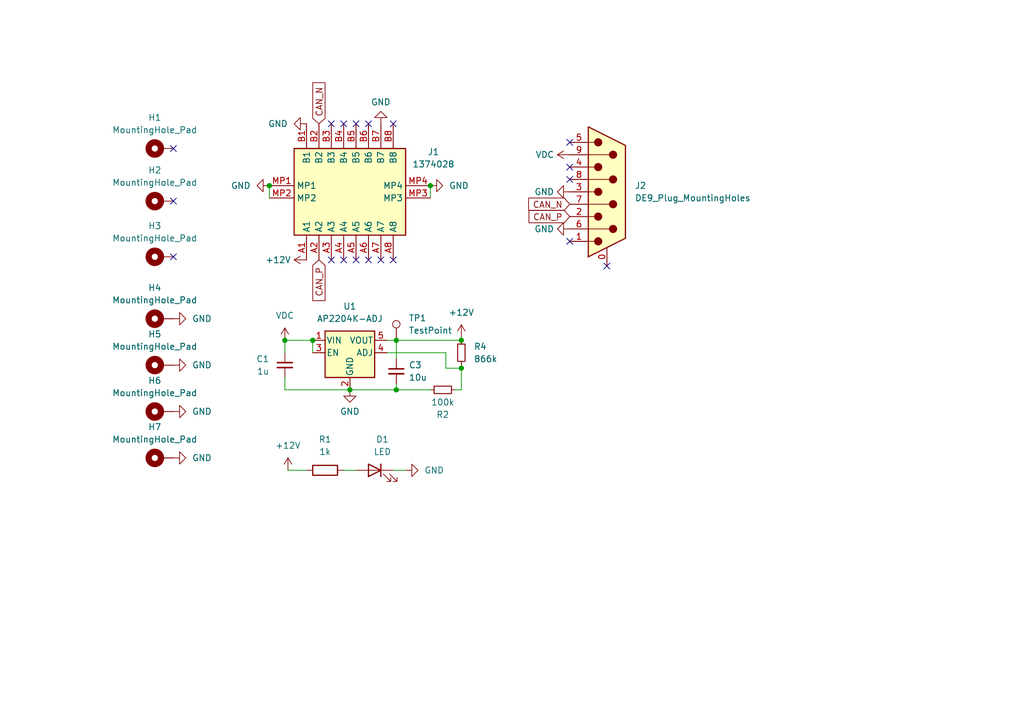
<source format=kicad_sch>
(kicad_sch (version 20230121) (generator eeschema)
  (paper "A5")
  (lib_symbols
    (symbol "1374028:1374028"
      (property "Reference" "J" (at 29.21 12.7 0))
      (property "Value" "1374028" (at 29.21 10.16 0))
      (symbol "1374028_1_1"
        (rectangle (start 5.08 7.62) (end 27.94 -10.16) (stroke (width 0.254)) (fill (type background)))
        (pin passive line (at 7.62 -15.24 90) (length 5.08) (name "A1") (number "A1"))
        (pin passive line (at 10.16 -15.24 90) (length 5.08) (name "A2") (number "A2"))
        (pin passive line (at 12.7 -15.24 90) (length 5.08) (name "A3") (number "A3"))
        (pin passive line (at 15.24 -15.24 90) (length 5.08) (name "A4") (number "A4"))
        (pin passive line (at 17.78 -15.24 90) (length 5.08) (name "A5") (number "A5"))
        (pin passive line (at 20.32 -15.24 90) (length 5.08) (name "A6") (number "A6"))
        (pin passive line (at 22.86 -15.24 90) (length 5.08) (name "A7") (number "A7"))
        (pin passive line (at 25.4 -15.24 90) (length 5.08) (name "A8") (number "A8"))
        (pin passive line (at 7.62 12.7 270) (length 5.08) (name "B1") (number "B1"))
        (pin passive line (at 10.16 12.7 270) (length 5.08) (name "B2") (number "B2"))
        (pin passive line (at 12.7 12.7 270) (length 5.08) (name "B3") (number "B3"))
        (pin passive line (at 15.24 12.7 270) (length 5.08) (name "B4") (number "B4"))
        (pin passive line (at 17.78 12.7 270) (length 5.08) (name "B5") (number "B5"))
        (pin passive line (at 20.32 12.7 270) (length 5.08) (name "B6") (number "B6"))
        (pin passive line (at 22.86 12.7 270) (length 5.08) (name "B7") (number "B7"))
        (pin passive line (at 25.4 12.7 270) (length 5.08) (name "B8") (number "B8"))
        (pin passive line (at 0 0 0) (length 5.08) (name "MP1") (number "MP1"))
        (pin passive line (at 0 -2.54 0) (length 5.08) (name "MP2") (number "MP2"))
        (pin passive line (at 33.02 -2.54 180) (length 5.08) (name "MP3") (number "MP3"))
        (pin passive line (at 33.02 0 180) (length 5.08) (name "MP4") (number "MP4"))
      )
    )
    (symbol "Connector:DE9_Plug_MountingHoles" (pin_names (offset 1.016) hide)
      (property "Reference" "J" (at 0 16.51 0))
      (property "Value" "DE9_Plug_MountingHoles" (at 0 14.605 0))
      (symbol "DE9_Plug_MountingHoles_0_1"
        (circle (center -1.778 -10.16) (radius 0.762) (fill (type outline)))
        (circle (center -1.778 -5.08) (radius 0.762) (fill (type outline)))
        (circle (center -1.778 0) (radius 0.762) (fill (type outline)))
        (circle (center -1.778 5.08) (radius 0.762) (fill (type outline)))
        (circle (center -1.778 10.16) (radius 0.762) (fill (type outline)))
        (polyline (pts (xy -3.81 -10.16) (xy -2.54 -10.16)))
        (polyline (pts (xy -3.81 -7.62) (xy 0.508 -7.62)))
        (polyline (pts (xy -3.81 -5.08) (xy -2.54 -5.08)))
        (polyline (pts (xy -3.81 -2.54) (xy 0.508 -2.54)))
        (polyline (pts (xy -3.81 0) (xy -2.54 0)))
        (polyline (pts (xy -3.81 2.54) (xy 0.508 2.54)))
        (polyline (pts (xy -3.81 5.08) (xy -2.54 5.08)))
        (polyline (pts (xy -3.81 7.62) (xy 0.508 7.62)))
        (polyline (pts (xy -3.81 10.16) (xy -2.54 10.16)))
        (polyline (pts (xy -3.81 -13.335) (xy -3.81 13.335) (xy 3.81 9.525) (xy 3.81 -9.525) (xy -3.81 -13.335)) (stroke (width 0.254)) (fill (type background)))
        (circle (center 1.27 -7.62) (radius 0.762) (fill (type outline)))
        (circle (center 1.27 -2.54) (radius 0.762) (fill (type outline)))
        (circle (center 1.27 2.54) (radius 0.762) (fill (type outline)))
        (circle (center 1.27 7.62) (radius 0.762) (fill (type outline)))
      )
      (symbol "DE9_Plug_MountingHoles_1_1"
        (pin passive line (at 0 -15.24 90) (length 3.81) (name "PAD") (number "0"))
        (pin passive line (at -7.62 -10.16 0) (length 3.81) (name "1") (number "1"))
        (pin passive line (at -7.62 -5.08 0) (length 3.81) (name "2") (number "2"))
        (pin passive line (at -7.62 0 0) (length 3.81) (name "3") (number "3"))
        (pin passive line (at -7.62 5.08 0) (length 3.81) (name "4") (number "4"))
        (pin passive line (at -7.62 10.16 0) (length 3.81) (name "5") (number "5"))
        (pin passive line (at -7.62 -7.62 0) (length 3.81) (name "6") (number "6"))
        (pin passive line (at -7.62 -2.54 0) (length 3.81) (name "7") (number "7"))
        (pin passive line (at -7.62 2.54 0) (length 3.81) (name "8") (number "8"))
        (pin passive line (at -7.62 7.62 0) (length 3.81) (name "9") (number "9"))
      )
    )
    (symbol "Connector:TestPoint" (pin_numbers hide) (pin_names (offset 0.762) hide)
      (property "Reference" "TP" (at 0 6.858 0))
      (property "Value" "TestPoint" (at 0 5.08 0))
      (symbol "TestPoint_0_1"
        (circle (center 0 3.302) (radius 0.762))
      )
      (symbol "TestPoint_1_1"
        (pin passive line (at 0 0 90) (length 2.54) (name "1") (number "1"))
      )
    )
    (symbol "Device:C_Small" (pin_numbers hide) (pin_names (offset 0.254) hide)
      (property "Reference" "C" (at 0.254 1.778 0))
      (property "Value" "C_Small" (at 0.254 -2.032 0))
      (symbol "C_Small_0_1"
        (polyline (pts (xy -1.524 -0.508) (xy 1.524 -0.508)) (stroke (width 0.3302)))
        (polyline (pts (xy -1.524 0.508) (xy 1.524 0.508)) (stroke (width 0.3048)))
      )
      (symbol "C_Small_1_1"
        (pin passive line (at 0 2.54 270) (length 2.032) (name "~") (number "1"))
        (pin passive line (at 0 -2.54 90) (length 2.032) (name "~") (number "2"))
      )
    )
    (symbol "Device:LED" (pin_numbers hide) (pin_names (offset 1.016) hide)
      (property "Reference" "D" (at 0 2.54 0))
      (property "Value" "LED" (at 0 -2.54 0))
      (symbol "LED_0_1"
        (polyline (pts (xy -1.27 -1.27) (xy -1.27 1.27)) (stroke (width 0.254)))
        (polyline (pts (xy -1.27 0) (xy 1.27 0)))
        (polyline (pts (xy 1.27 -1.27) (xy 1.27 1.27) (xy -1.27 0) (xy 1.27 -1.27)) (stroke (width 0.254)))
        (polyline (pts (xy -3.048 -0.762) (xy -4.572 -2.286) (xy -3.81 -2.286) (xy -4.572 -2.286) (xy -4.572 -1.524)))
        (polyline (pts (xy -1.778 -0.762) (xy -3.302 -2.286) (xy -2.54 -2.286) (xy -3.302 -2.286) (xy -3.302 -1.524)))
      )
      (symbol "LED_1_1"
        (pin passive line (at -3.81 0 0) (length 2.54) (name "K") (number "1"))
        (pin passive line (at 3.81 0 180) (length 2.54) (name "A") (number "2"))
      )
    )
    (symbol "Device:R" (pin_numbers hide) (pin_names (offset 0))
      (property "Reference" "R" (at 2.032 0 90))
      (property "Value" "R" (at 0 0 90))
      (symbol "R_0_1"
        (rectangle (start -1.016 -2.54) (end 1.016 2.54) (stroke (width 0.254)))
      )
      (symbol "R_1_1"
        (pin passive line (at 0 3.81 270) (length 1.27) (name "~") (number "1"))
        (pin passive line (at 0 -3.81 90) (length 1.27) (name "~") (number "2"))
      )
    )
    (symbol "Device:R_Small" (pin_numbers hide) (pin_names (offset 0.254) hide)
      (property "Reference" "R" (at 0.762 0.508 0))
      (property "Value" "R_Small" (at 0.762 -1.016 0))
      (symbol "R_Small_0_1"
        (rectangle (start -0.762 1.778) (end 0.762 -1.778) (stroke (width 0.2032)))
      )
      (symbol "R_Small_1_1"
        (pin passive line (at 0 2.54 270) (length 0.762) (name "~") (number "1"))
        (pin passive line (at 0 -2.54 90) (length 0.762) (name "~") (number "2"))
      )
    )
    (symbol "Mechanical:MountingHole_Pad" (pin_numbers hide) (pin_names (offset 1.016) hide)
      (property "Reference" "H" (at 0 6.35 0))
      (property "Value" "MountingHole_Pad" (at 0 4.445 0))
      (symbol "MountingHole_Pad_0_1"
        (circle (center 0 1.27) (radius 1.27) (stroke (width 1.27)))
      )
      (symbol "MountingHole_Pad_1_1"
        (pin input line (at 0 -2.54 90) (length 2.54) (name "1") (number "1"))
      )
    )
    (symbol "Regulator_Linear:AP2204K-ADJ" (pin_names (offset 0.254))
      (property "Reference" "U" (at -5.08 5.715 0))
      (property "Value" "AP2204K-ADJ" (at 0 5.715 0))
      (symbol "AP2204K-ADJ_0_1"
        (rectangle (start -5.08 4.445) (end 5.08 -5.08) (stroke (width 0.254)) (fill (type background)))
      )
      (symbol "AP2204K-ADJ_1_1"
        (pin power_in line (at -7.62 2.54 0) (length 2.54) (name "VIN") (number "1"))
        (pin power_in line (at 0 -7.62 90) (length 2.54) (name "GND") (number "2"))
        (pin input line (at -7.62 0 0) (length 2.54) (name "EN") (number "3"))
        (pin input line (at 7.62 0 180) (length 2.54) (name "ADJ") (number "4"))
        (pin power_out line (at 7.62 2.54 180) (length 2.54) (name "VOUT") (number "5"))
      )
    )
    (symbol "power:+12V" (power) (pin_names (offset 0))
      (property "Value" "+12V" (at 0 3.556 0))
      (symbol "+12V_0_1"
        (polyline (pts (xy -0.762 1.27) (xy 0 2.54)))
        (polyline (pts (xy 0 0) (xy 0 2.54)))
        (polyline (pts (xy 0 2.54) (xy 0.762 1.27)))
      )
      (symbol "+12V_1_1"
        (pin power_in line (at 0 0 90) (length 0) hide (name "+12V") (number "1"))
      )
    )
    (symbol "power:GND" (power) (pin_names (offset 0))
      (property "Value" "GND" (at 0 -3.81 0))
      (symbol "GND_0_1"
        (polyline (pts (xy 0 0) (xy 0 -1.27) (xy 1.27 -1.27) (xy 0 -2.54) (xy -1.27 -1.27) (xy 0 -1.27)))
      )
      (symbol "GND_1_1"
        (pin power_in line (at 0 0 270) (length 0) hide (name "GND") (number "1"))
      )
    )
    (symbol "power:VDC" (power) (pin_names (offset 0))
      (property "Value" "VDC" (at 0 6.35 0))
      (symbol "VDC_0_1"
        (polyline (pts (xy -0.762 1.27) (xy 0 2.54)))
        (polyline (pts (xy 0 0) (xy 0 2.54)))
        (polyline (pts (xy 0 2.54) (xy 0.762 1.27)))
      )
      (symbol "VDC_1_1"
        (pin power_in line (at 0 0 90) (length 0) hide (name "VDC") (number "1"))
      )
    )
  )
  (junction (at 88.265 38.1))
  (junction (at 64.135 69.85))
  (junction (at 94.615 69.85))
  (junction (at 81.28 80.01))
  (junction (at 55.245 38.1))
  (junction (at 81.28 69.85))
  (junction (at 58.42 69.85))
  (junction (at 94.615 75.565))
  (junction (at 71.755 80.01))
  (no_connect (at 35.56 30.48))
  (no_connect (at 116.84 36.83))
  (no_connect (at 75.565 25.4))
  (no_connect (at 116.84 34.29))
  (no_connect (at 73.025 53.34))
  (no_connect (at 78.105 53.34))
  (no_connect (at 75.565 53.34))
  (no_connect (at 116.84 49.53))
  (no_connect (at 80.645 25.4))
  (no_connect (at 124.46 54.61))
  (no_connect (at 67.945 53.34))
  (no_connect (at 67.945 25.4))
  (no_connect (at 70.485 25.4))
  (no_connect (at 35.56 41.275))
  (no_connect (at 70.485 53.34))
  (no_connect (at 35.56 52.705))
  (no_connect (at 73.025 25.4))
  (no_connect (at 80.645 53.34))
  (no_connect (at 116.84 29.21))
  (wire (pts (xy 58.42 69.85) (xy 58.42 72.39)))
  (wire (pts (xy 94.615 69.215) (xy 94.615 69.85)))
  (wire (pts (xy 79.375 69.85) (xy 81.28 69.85)))
  (wire (pts (xy 80.645 96.52) (xy 83.185 96.52)))
  (wire (pts (xy 55.245 38.1) (xy 55.245 40.64)))
  (wire (pts (xy 94.615 75.565) (xy 94.615 80.01)))
  (wire (pts (xy 79.375 72.39) (xy 91.44 72.39)))
  (wire (pts (xy 70.485 96.52) (xy 73.025 96.52)))
  (wire (pts (xy 58.42 77.47) (xy 58.42 80.01)))
  (wire (pts (xy 93.345 80.01) (xy 94.615 80.01)))
  (wire (pts (xy 91.44 72.39) (xy 91.44 75.565)))
  (wire (pts (xy 81.28 80.01) (xy 88.265 80.01)))
  (wire (pts (xy 91.44 75.565) (xy 94.615 75.565)))
  (wire (pts (xy 59.055 96.52) (xy 62.865 96.52)))
  (wire (pts (xy 94.615 74.93) (xy 94.615 75.565)))
  (wire (pts (xy 71.755 80.01) (xy 81.28 80.01)))
  (wire (pts (xy 58.42 80.01) (xy 71.755 80.01)))
  (wire (pts (xy 64.135 69.85) (xy 58.42 69.85)))
  (wire (pts (xy 88.265 38.1) (xy 88.265 40.64)))
  (wire (pts (xy 64.135 69.85) (xy 64.135 72.39)))
  (wire (pts (xy 81.28 78.74) (xy 81.28 80.01)))
  (wire (pts (xy 81.28 69.85) (xy 81.28 73.66)))
  (wire (pts (xy 81.28 69.85) (xy 94.615 69.85)))
  (global_label "CAN_N" (shape input) (at 116.84 41.91 180) (property "Intersheetrefs" "${INTERSHEET_REFS}" (effects hide)))
  (global_label "CAN_N" (shape input) (at 65.405 25.4 90) (property "Intersheetrefs" "${INTERSHEET_REFS}" (effects hide)))
  (global_label "CAN_P" (shape input) (at 116.84 44.45 180) (property "Intersheetrefs" "${INTERSHEET_REFS}" (effects hide)))
  (global_label "CAN_P" (shape input) (at 65.405 53.34 270) (property "Intersheetrefs" "${INTERSHEET_REFS}" (effects hide)))
  (symbol (lib_id "Device:C_Small") (at 81.28 76.2 0) (mirror y) (unit 1)
    (property "Reference" "C3" (at 83.82 74.93 0) (effects (justify right)))
    (property "Value" "10u" (at 83.82 77.47 0) (effects (justify right)))
    (property "Footprint" "Capacitor_SMD:C_0805_2012Metric_Pad1.18x1.45mm_HandSolder" (effects hide))
  )
  (symbol (lib_id "power:GND") (at 35.56 93.98 90) (unit 1)
    (property "Reference" "#PWR07" (effects hide))
    (property "Value" "GND" (at 39.37 93.98 90) (effects (justify right)))
  )
  (symbol (lib_id "Device:LED") (at 76.835 96.52 0) (mirror y) (unit 1)
    (property "Reference" "D1" (at 78.4225 90.17 0))
    (property "Value" "LED" (at 78.4225 92.71 0))
    (property "Footprint" "LED_SMD:LED_0805_2012Metric_Pad1.15x1.40mm_HandSolder" (effects hide))
  )
  (symbol (lib_id "power:+12V") (at 94.615 69.215 0) (unit 1)
    (property "Reference" "#PWR015" (effects hide))
    (property "Value" "+12V" (at 94.615 64.135 0))
  )
  (symbol (lib_id "Regulator_Linear:AP2204K-ADJ") (at 71.755 72.39 0) (unit 1)
    (property "Reference" "U1" (at 71.755 62.865 0))
    (property "Value" "AP2204K-ADJ" (at 71.755 65.405 0))
    (property "Footprint" "Package_TO_SOT_SMD:SOT-23-5" (effects hide))
    (property "Datasheet" "https://www.diodes.com/assets/Datasheets/AP2204.pdf" (effects hide))
  )
  (symbol (lib_id "Mechanical:MountingHole_Pad") (at 33.02 93.98 90) (unit 1)
    (property "Reference" "H7" (at 31.75 87.63 90))
    (property "Value" "MountingHole_Pad" (at 31.75 90.17 90))
    (property "Footprint" "MountingHole:MountingHole_2.2mm_M2_Pad" (effects hide))
  )
  (symbol (lib_id "power:GND") (at 88.265 38.1 90) (unit 1)
    (property "Reference" "#PWR010" (effects hide))
    (property "Value" "GND" (at 92.075 38.1 90) (effects (justify right)))
  )
  (symbol (lib_id "Connector:DE9_Plug_MountingHoles") (at 124.46 39.37 0) (unit 1)
    (property "Reference" "J2" (at 130.175 38.1 0) (effects (justify left)))
    (property "Value" "DE9_Plug_MountingHoles" (at 130.175 40.64 0) (effects (justify left)))
    (property "Footprint" "Connector_Dsub:DSUB-9_Female_Horizontal_P2.77x2.84mm_EdgePinOffset7.70mm_Housed_MountingHolesOffset9.12mm" (effects hide))
    (property "Datasheet" " ~" (effects hide))
  )
  (symbol (lib_id "Mechanical:MountingHole_Pad") (at 33.02 84.455 90) (unit 1)
    (property "Reference" "H6" (at 31.75 78.105 90))
    (property "Value" "MountingHole_Pad" (at 31.75 80.645 90))
    (property "Footprint" "MountingHole:MountingHole_2.2mm_M2_Pad" (effects hide))
  )
  (symbol (lib_id "power:GND") (at 116.84 46.99 270) (unit 1)
    (property "Reference" "#PWR019" (effects hide))
    (property "Value" "GND" (at 113.665 46.99 90) (effects (justify right)))
  )
  (symbol (lib_id "power:VDC") (at 116.84 31.75 90) (unit 1)
    (property "Reference" "#PWR017" (effects hide))
    (property "Value" "VDC" (at 113.665 31.75 90) (effects (justify left)))
  )
  (symbol (lib_id "power:GND") (at 35.56 74.93 90) (unit 1)
    (property "Reference" "#PWR05" (effects hide))
    (property "Value" "GND" (at 39.37 74.93 90) (effects (justify right)))
  )
  (symbol (lib_id "power:GND") (at 35.56 84.455 90) (unit 1)
    (property "Reference" "#PWR06" (effects hide))
    (property "Value" "GND" (at 39.37 84.455 90) (effects (justify right)))
  )
  (symbol (lib_id "Device:R_Small") (at 94.615 72.39 0) (unit 1)
    (property "Reference" "R4" (at 97.155 71.12 0) (effects (justify left)))
    (property "Value" "866k" (at 97.155 73.66 0) (effects (justify left)))
    (property "Footprint" "Resistor_SMD:R_0603_1608Metric" (effects hide))
  )
  (symbol (lib_id "power:GND") (at 83.185 96.52 90) (mirror x) (unit 1)
    (property "Reference" "#PWR014" (effects hide))
    (property "Value" "GND" (at 86.995 96.52 90) (effects (justify right)))
  )
  (symbol (lib_id "Device:R") (at 66.675 96.52 90) (mirror x) (unit 1)
    (property "Reference" "R1" (at 66.675 90.17 90))
    (property "Value" "1k" (at 66.675 92.71 90))
    (property "Footprint" "Resistor_SMD:R_0603_1608Metric_Pad0.98x0.95mm_HandSolder" (effects hide))
  )
  (symbol (lib_id "Mechanical:MountingHole_Pad") (at 33.02 74.93 90) (unit 1)
    (property "Reference" "H5" (at 31.75 68.58 90))
    (property "Value" "MountingHole_Pad" (at 31.75 71.12 90))
    (property "Footprint" "MountingHole:MountingHole_2.2mm_M2_Pad" (effects hide))
  )
  (symbol (lib_id "power:VDC") (at 58.42 69.85 0) (unit 1)
    (property "Reference" "#PWR09" (effects hide))
    (property "Value" "VDC" (at 58.42 64.77 0))
  )
  (symbol (lib_id "power:+12V") (at 59.055 96.52 0) (unit 1)
    (property "Reference" "#PWR08" (effects hide))
    (property "Value" "+12V" (at 59.055 91.44 0))
  )
  (symbol (lib_id "power:+12V") (at 62.865 53.34 90) (unit 1)
    (property "Reference" "#PWR013" (effects hide))
    (property "Value" "+12V" (at 59.69 53.34 90) (effects (justify left)))
  )
  (symbol (lib_id "power:GND") (at 35.56 65.405 90) (unit 1)
    (property "Reference" "#PWR04" (effects hide))
    (property "Value" "GND" (at 39.37 65.405 90) (effects (justify right)))
  )
  (symbol (lib_id "Device:R_Small") (at 90.805 80.01 90) (mirror x) (unit 1)
    (property "Reference" "R2" (at 90.805 85.09 90))
    (property "Value" "100k" (at 90.805 82.55 90))
    (property "Footprint" "Resistor_SMD:R_0603_1608Metric" (effects hide))
  )
  (symbol (lib_id "power:GND") (at 116.84 39.37 270) (unit 1)
    (property "Reference" "#PWR018" (effects hide))
    (property "Value" "GND" (at 113.665 39.37 90) (effects (justify right)))
  )
  (symbol (lib_id "Mechanical:MountingHole_Pad") (at 33.02 65.405 90) (unit 1)
    (property "Reference" "H4" (at 31.75 59.055 90))
    (property "Value" "MountingHole_Pad" (at 31.75 61.595 90))
    (property "Footprint" "MountingHole:MountingHole_2.2mm_M2_Pad" (effects hide))
  )
  (symbol (lib_id "power:GND") (at 55.245 38.1 270) (unit 1)
    (property "Reference" "#PWR011" (effects hide))
    (property "Value" "GND" (at 51.435 38.1 90) (effects (justify right)))
  )
  (symbol (lib_id "power:GND") (at 78.105 25.4 180) (unit 1)
    (property "Reference" "#PWR020" (effects hide))
    (property "Value" "GND" (at 78.105 20.955 0))
  )
  (symbol (lib_id "Connector:TestPoint") (at 81.28 69.85 0) (unit 1)
    (property "Reference" "TP1" (at 83.82 65.278 0) (effects (justify left)))
    (property "Value" "TestPoint" (at 83.82 67.818 0) (effects (justify left)))
    (property "Footprint" "TestPoint:TestPoint_THTPad_D2.0mm_Drill1.0mm" (effects hide))
  )
  (symbol (lib_id "Mechanical:MountingHole_Pad") (at 33.02 30.48 90) (unit 1)
    (property "Reference" "H1" (at 31.75 24.13 90))
    (property "Value" "MountingHole_Pad" (at 31.75 26.67 90))
    (property "Footprint" "MountingHole:MountingHole_2.2mm_M2_Pad" (effects hide))
  )
  (symbol (lib_id "Mechanical:MountingHole_Pad") (at 33.02 52.705 90) (unit 1)
    (property "Reference" "H3" (at 31.75 46.355 90))
    (property "Value" "MountingHole_Pad" (at 31.75 48.895 90))
    (property "Footprint" "MountingHole:MountingHole_2.2mm_M2_Pad" (effects hide))
  )
  (symbol (lib_id "power:GND") (at 71.755 80.01 0) (unit 1)
    (property "Reference" "#PWR012" (effects hide))
    (property "Value" "GND" (at 71.755 84.455 0))
  )
  (symbol (lib_id "1374028:1374028") (at 55.245 38.1 0) (unit 1)
    (property "Reference" "J1" (at 88.9 31.1719 0))
    (property "Value" "1374028" (at 88.9 33.7119 0))
    (property "Footprint" "1374028:1374028" (effects hide))
    (property "Datasheet" "http://www.phoenixcontact.com/gb/produkte/1374028" (effects hide))
    (property "Height" "6.25" (effects hide))
    (property "Manufacturer_Name" "Phoenix Contact" (effects hide))
    (property "Manufacturer_Part_Number" "1374028" (effects hide))
  )
  (symbol (lib_id "Mechanical:MountingHole_Pad") (at 33.02 41.275 90) (unit 1)
    (property "Reference" "H2" (at 31.75 34.925 90))
    (property "Value" "MountingHole_Pad" (at 31.75 37.465 90))
    (property "Footprint" "MountingHole:MountingHole_2.2mm_M2_Pad" (effects hide))
  )
  (symbol (lib_id "power:GND") (at 62.865 25.4 270) (unit 1)
    (property "Reference" "#PWR016" (effects hide))
    (property "Value" "GND" (at 59.055 25.4 90) (effects (justify right)))
  )
  (symbol (lib_id "Device:C_Small") (at 58.42 74.93 0) (unit 1)
    (property "Reference" "C1" (at 55.245 73.6663 0) (effects (justify right)))
    (property "Value" "1u" (at 55.245 76.2063 0) (effects (justify right)))
    (property "Footprint" "Capacitor_SMD:C_0603_1608Metric_Pad1.08x0.95mm_HandSolder" (effects hide))
  )
)
</source>
